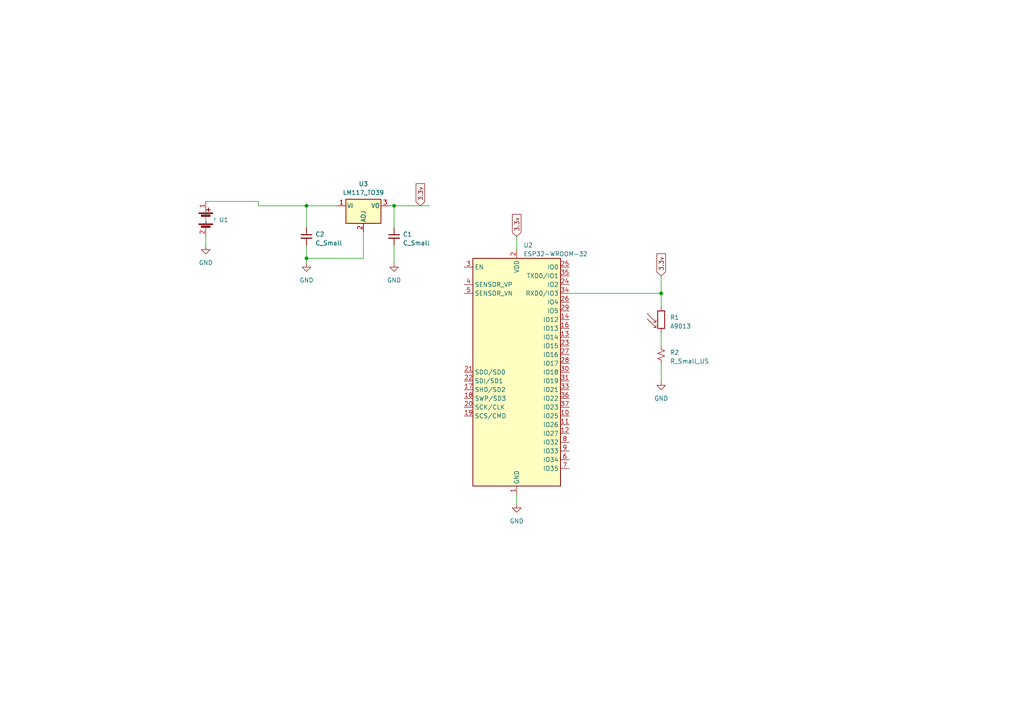
<source format=kicad_sch>
(kicad_sch (version 20230121) (generator eeschema)
  (paper "A4")
  (lib_symbols
    (symbol "Device:C_Small" (pin_numbers hide) (pin_names (offset 0.254) hide)
      (property "Reference" "C" (at 0.254 1.778 0))
      (property "Value" "C_Small" (at 0.254 -2.032 0))
      (symbol "C_Small_0_1"
        (polyline (pts (xy -1.524 -0.508) (xy 1.524 -0.508)) (stroke (width 0.3302)))
        (polyline (pts (xy -1.524 0.508) (xy 1.524 0.508)) (stroke (width 0.3048)))
      )
      (symbol "C_Small_1_1"
        (pin passive line (at 0 2.54 270) (length 2.032) (name "~") (number "1"))
        (pin passive line (at 0 -2.54 90) (length 2.032) (name "~") (number "2"))
      )
    )
    (symbol "Device:R_Small_US" (pin_numbers hide) (pin_names (offset 0.254) hide)
      (property "Reference" "R" (at 0.762 0.508 0))
      (property "Value" "R_Small_US" (at 0.762 -1.016 0))
      (symbol "R_Small_US_1_1"
        (polyline (pts (xy 0 0) (xy 1.016 -0.381) (xy 0 -0.762) (xy -1.016 -1.143) (xy 0 -1.524)))
        (polyline (pts (xy 0 1.524) (xy 1.016 1.143) (xy 0 0.762) (xy -1.016 0.381) (xy 0 0)))
        (pin passive line (at 0 2.54 270) (length 1.016) (name "~") (number "1"))
        (pin passive line (at 0 -2.54 90) (length 1.016) (name "~") (number "2"))
      )
    )
    (symbol "My_Library:batt9v"
      (property "Reference" "U" (at 0 0 0))
      (symbol "batt9v_0_1"
        (rectangle (start -1.778 -4.572) (end -1.524 -0.508) (fill (type outline)))
        (rectangle (start -1.1938 -3.8608) (end -0.6858 -1.27) (fill (type outline)))
        (polyline (pts (xy -3.175 -1.778) (xy -2.159 -1.778)) (stroke (width 0.254)))
        (polyline (pts (xy -2.667 -2.286) (xy -2.667 -1.27)) (stroke (width 0.254)))
        (polyline (pts (xy -1.778 -2.54) (xy -2.54 -2.54)))
        (polyline (pts (xy -0.508 -2.54) (xy -0.762 -2.54)))
        (polyline (pts (xy 0 -2.54) (xy -0.254 -2.54)))
        (polyline (pts (xy 0.508 -2.54) (xy 0.254 -2.54)))
        (polyline (pts (xy 1.016 -2.54) (xy 0.762 -2.54)))
        (polyline (pts (xy 1.524 -2.54) (xy 1.27 -2.54)))
        (rectangle (start 1.397 -4.572) (end 1.651 -0.508) (fill (type outline)))
        (rectangle (start 1.9812 -3.8608) (end 2.4892 -1.27) (fill (type outline)))
      )
      (symbol "batt9v_1_1"
        (pin passive line (at -5.08 -2.54 0) (length 2.54) (name "+") (number "1"))
        (pin passive line (at 5.08 -2.54 180) (length 2.54) (name "-") (number "2"))
      )
    )
    (symbol "RF_Module:ESP32-WROOM-32"
      (property "Reference" "U" (at -12.7 34.29 0))
      (property "Value" "ESP32-WROOM-32" (at 1.27 34.29 0))
      (symbol "ESP32-WROOM-32_0_1"
        (rectangle (start -12.7 33.02) (end 12.7 -33.02) (stroke (width 0.254)) (fill (type background)))
      )
      (symbol "ESP32-WROOM-32_1_1"
        (pin power_in line (at 0 -35.56 90) (length 2.54) (name "GND") (number "1"))
        (pin bidirectional line (at 15.24 -12.7 180) (length 2.54) (name "IO25") (number "10"))
        (pin bidirectional line (at 15.24 -15.24 180) (length 2.54) (name "IO26") (number "11"))
        (pin bidirectional line (at 15.24 -17.78 180) (length 2.54) (name "IO27") (number "12"))
        (pin bidirectional line (at 15.24 10.16 180) (length 2.54) (name "IO14") (number "13"))
        (pin bidirectional line (at 15.24 15.24 180) (length 2.54) (name "IO12") (number "14"))
        (pin passive line (at 0 -35.56 90) (length 2.54) hide (name "GND") (number "15"))
        (pin bidirectional line (at 15.24 12.7 180) (length 2.54) (name "IO13") (number "16"))
        (pin bidirectional line (at -15.24 -5.08 0) (length 2.54) (name "SHD/SD2") (number "17"))
        (pin bidirectional line (at -15.24 -7.62 0) (length 2.54) (name "SWP/SD3") (number "18"))
        (pin bidirectional line (at -15.24 -12.7 0) (length 2.54) (name "SCS/CMD") (number "19"))
        (pin power_in line (at 0 35.56 270) (length 2.54) (name "VDD") (number "2"))
        (pin bidirectional line (at -15.24 -10.16 0) (length 2.54) (name "SCK/CLK") (number "20"))
        (pin bidirectional line (at -15.24 0 0) (length 2.54) (name "SDO/SD0") (number "21"))
        (pin bidirectional line (at -15.24 -2.54 0) (length 2.54) (name "SDI/SD1") (number "22"))
        (pin bidirectional line (at 15.24 7.62 180) (length 2.54) (name "IO15") (number "23"))
        (pin bidirectional line (at 15.24 25.4 180) (length 2.54) (name "IO2") (number "24"))
        (pin bidirectional line (at 15.24 30.48 180) (length 2.54) (name "IO0") (number "25"))
        (pin bidirectional line (at 15.24 20.32 180) (length 2.54) (name "IO4") (number "26"))
        (pin bidirectional line (at 15.24 5.08 180) (length 2.54) (name "IO16") (number "27"))
        (pin bidirectional line (at 15.24 2.54 180) (length 2.54) (name "IO17") (number "28"))
        (pin bidirectional line (at 15.24 17.78 180) (length 2.54) (name "IO5") (number "29"))
        (pin input line (at -15.24 30.48 0) (length 2.54) (name "EN") (number "3"))
        (pin bidirectional line (at 15.24 0 180) (length 2.54) (name "IO18") (number "30"))
        (pin bidirectional line (at 15.24 -2.54 180) (length 2.54) (name "IO19") (number "31"))
        (pin no_connect line (at -12.7 -27.94 0) (length 2.54) hide (name "NC") (number "32"))
        (pin bidirectional line (at 15.24 -5.08 180) (length 2.54) (name "IO21") (number "33"))
        (pin bidirectional line (at 15.24 22.86 180) (length 2.54) (name "RXD0/IO3") (number "34"))
        (pin bidirectional line (at 15.24 27.94 180) (length 2.54) (name "TXD0/IO1") (number "35"))
        (pin bidirectional line (at 15.24 -7.62 180) (length 2.54) (name "IO22") (number "36"))
        (pin bidirectional line (at 15.24 -10.16 180) (length 2.54) (name "IO23") (number "37"))
        (pin passive line (at 0 -35.56 90) (length 2.54) hide (name "GND") (number "38"))
        (pin passive line (at 0 -35.56 90) (length 2.54) hide (name "GND") (number "39"))
        (pin input line (at -15.24 25.4 0) (length 2.54) (name "SENSOR_VP") (number "4"))
        (pin input line (at -15.24 22.86 0) (length 2.54) (name "SENSOR_VN") (number "5"))
        (pin input line (at 15.24 -25.4 180) (length 2.54) (name "IO34") (number "6"))
        (pin input line (at 15.24 -27.94 180) (length 2.54) (name "IO35") (number "7"))
        (pin bidirectional line (at 15.24 -20.32 180) (length 2.54) (name "IO32") (number "8"))
        (pin bidirectional line (at 15.24 -22.86 180) (length 2.54) (name "IO33") (number "9"))
      )
    )
    (symbol "Regulator_Linear:LM117_TO39" (pin_names (offset 0.254))
      (property "Reference" "U" (at -3.81 3.175 0))
      (property "Value" "LM117_TO39" (at 0 3.175 0))
      (symbol "LM117_TO39_0_1"
        (rectangle (start -5.08 1.905) (end 5.08 -5.08) (stroke (width 0.254)) (fill (type background)))
      )
      (symbol "LM117_TO39_1_1"
        (pin power_in line (at -7.62 0 0) (length 2.54) (name "VI") (number "1"))
        (pin input line (at 0 -7.62 90) (length 2.54) (name "ADJ") (number "2"))
        (pin power_out line (at 7.62 0 180) (length 2.54) (name "VO") (number "3"))
      )
    )
    (symbol "Sensor_Optical:A9013" (pin_numbers hide) (pin_names (offset 0))
      (property "Reference" "R" (at -5.08 0 90))
      (property "Value" "A9013" (at 1.905 0 90))
      (symbol "A9013_0_1"
        (rectangle (start -1.016 2.54) (end 1.016 -2.54) (stroke (width 0.254)))
        (polyline (pts (xy -1.524 -2.286) (xy -4.064 0.254)))
        (polyline (pts (xy -1.524 -2.286) (xy -2.286 -2.286)))
        (polyline (pts (xy -1.524 -2.286) (xy -1.524 -1.524)))
        (polyline (pts (xy -1.524 -0.762) (xy -4.064 1.778)))
        (polyline (pts (xy -1.524 -0.762) (xy -2.286 -0.762)))
        (polyline (pts (xy -1.524 -0.762) (xy -1.524 0)))
      )
      (symbol "A9013_1_1"
        (pin passive line (at 0 3.81 270) (length 1.27) (name "~") (number "1"))
        (pin passive line (at 0 -3.81 90) (length 1.27) (name "~") (number "2"))
      )
    )
    (symbol "power:GND" (power) (pin_names (offset 0))
      (property "Value" "GND" (at 0 -3.81 0))
      (symbol "GND_0_1"
        (polyline (pts (xy 0 0) (xy 0 -1.27) (xy 1.27 -1.27) (xy 0 -2.54) (xy -1.27 -1.27) (xy 0 -1.27)))
      )
      (symbol "GND_1_1"
        (pin power_in line (at 0 0 270) (length 0) hide (name "GND") (number "1"))
      )
    )
  )
  (junction (at 114.3 59.69))
  (junction (at 191.77 85.09))
  (junction (at 88.9 59.69))
  (junction (at 88.9 74.93))
  (wire (pts (xy 149.86 68.58) (xy 149.86 72.39)))
  (wire (pts (xy 88.9 59.69) (xy 88.9 66.04)))
  (wire (pts (xy 114.3 59.69) (xy 124.46 59.69)))
  (wire (pts (xy 114.3 71.12) (xy 114.3 76.2)))
  (wire (pts (xy 74.93 59.69) (xy 88.9 59.69)))
  (wire (pts (xy 113.03 59.69) (xy 114.3 59.69)))
  (wire (pts (xy 191.77 88.9) (xy 191.77 85.09)))
  (wire (pts (xy 74.93 58.42) (xy 74.93 59.69)))
  (wire (pts (xy 105.41 67.31) (xy 105.41 74.93)))
  (wire (pts (xy 88.9 74.93) (xy 88.9 76.2)))
  (wire (pts (xy 88.9 59.69) (xy 97.79 59.69)))
  (wire (pts (xy 191.77 105.41) (xy 191.77 110.49)))
  (wire (pts (xy 88.9 71.12) (xy 88.9 74.93)))
  (wire (pts (xy 149.86 143.51) (xy 149.86 146.05)))
  (wire (pts (xy 191.77 85.09) (xy 165.1 85.09)))
  (wire (pts (xy 59.69 58.42) (xy 74.93 58.42)))
  (wire (pts (xy 114.3 59.69) (xy 114.3 66.04)))
  (wire (pts (xy 105.41 74.93) (xy 88.9 74.93)))
  (wire (pts (xy 191.77 96.52) (xy 191.77 100.33)))
  (wire (pts (xy 191.77 80.01) (xy 191.77 85.09)))
  (wire (pts (xy 59.69 68.58) (xy 59.69 71.12)))
  (global_label "3.3v" (shape input) (at 191.77 80.01 90) (property "Intersheetrefs" "${INTERSHEET_REFS}" (effects hide)))
  (global_label "3.3v" (shape input) (at 149.86 68.58 90) (property "Intersheetrefs" "${INTERSHEET_REFS}" (effects hide)))
  (global_label "3.3v" (shape input) (at 121.92 59.69 90) (property "Intersheetrefs" "${INTERSHEET_REFS}" (effects hide)))
  (symbol (lib_id "Device:C_Small") (at 88.9 68.58 0) (unit 1)
    (property "Reference" "C2" (at 91.44 67.9513 0) (effects (justify left)))
    (property "Value" "C_Small" (at 91.44 70.4913 0) (effects (justify left)))
    (property "Footprint" "Resistor_SMD:R_0805_2012Metric_Pad1.20x1.40mm_HandSolder" (effects hide))
  )
  (symbol (lib_id "power:GND") (at 114.3 76.2 0) (unit 1)
    (property "Reference" "#PWR02" (effects hide))
    (property "Value" "GND" (at 114.3 81.28 0))
  )
  (symbol (lib_id "power:GND") (at 88.9 76.2 0) (unit 1)
    (property "Reference" "#PWR01" (effects hide))
    (property "Value" "GND" (at 88.9 81.28 0))
  )
  (symbol (lib_id "Device:R_Small_US") (at 191.77 102.87 180) (unit 1)
    (property "Reference" "R2" (at 194.31 102.235 0) (effects (justify right)))
    (property "Value" "R_Small_US" (at 194.31 104.775 0) (effects (justify right)))
    (property "Footprint" "Resistor_SMD:R_0805_2012Metric_Pad1.20x1.40mm_HandSolder" (effects hide))
  )
  (symbol (lib_id "My_Library:batt9v") (at 62.23 63.5 270) (unit 1)
    (property "Reference" "U1" (at 63.5 63.754 90) (effects (justify left)))
    (property "Value" "~" (at 62.23 63.5 0))
    (property "Footprint" "myLibrary:9v" (effects hide))
  )
  (symbol (lib_id "power:GND") (at 191.77 110.49 0) (unit 1)
    (property "Reference" "#PWR05" (effects hide))
    (property "Value" "GND" (at 191.77 115.57 0))
  )
  (symbol (lib_id "RF_Module:ESP32-WROOM-32") (at 149.86 107.95 0) (unit 1)
    (property "Reference" "U2" (at 151.8159 71.12 0) (effects (justify left)))
    (property "Value" "ESP32-WROOM-32" (at 151.8159 73.66 0) (effects (justify left)))
    (property "Footprint" "RF_Module:ESP32-WROOM-32" (effects hide))
    (property "Datasheet" "https://www.espressif.com/sites/default/files/documentation/esp32-wroom-32_datasheet_en.pdf" (effects hide))
  )
  (symbol (lib_id "power:GND") (at 149.86 146.05 0) (unit 1)
    (property "Reference" "#PWR03" (effects hide))
    (property "Value" "GND" (at 149.86 151.13 0))
  )
  (symbol (lib_id "power:GND") (at 59.69 71.12 0) (unit 1)
    (property "Reference" "#PWR04" (effects hide))
    (property "Value" "GND" (at 59.69 76.2 0))
  )
  (symbol (lib_id "Sensor_Optical:A9013") (at 191.77 92.71 0) (unit 1)
    (property "Reference" "R1" (at 194.31 92.075 0) (effects (justify left)))
    (property "Value" "A9013" (at 194.31 94.615 0) (effects (justify left)))
    (property "Footprint" "OptoDevice:R_LDR_5.0x4.1mm_P3mm_Vertical" (effects hide))
    (property "Datasheet" "http://www.produktinfo.conrad.com/datenblaetter/125000-149999/145475-da-01-en-FOTOWIDERSTAND_A_9060_A_9013.pdf" (effects hide))
  )
  (symbol (lib_id "Device:C_Small") (at 114.3 68.58 0) (unit 1)
    (property "Reference" "C1" (at 116.84 67.9513 0) (effects (justify left)))
    (property "Value" "C_Small" (at 116.84 70.4913 0) (effects (justify left)))
    (property "Footprint" "Resistor_SMD:R_0805_2012Metric_Pad1.20x1.40mm_HandSolder" (effects hide))
  )
  (symbol (lib_id "Regulator_Linear:LM117_TO39") (at 105.41 59.69 0) (unit 1)
    (property "Reference" "U3" (at 105.41 53.34 0))
    (property "Value" "LM117_TO39" (at 105.41 55.88 0))
    (property "Footprint" "Package_TO_SOT_THT:TO-39-3" (effects hide))
    (property "Datasheet" "http://www.ti.com/lit/ds/symlink/lm317.pdf" (effects hide))
  )
)
</source>
